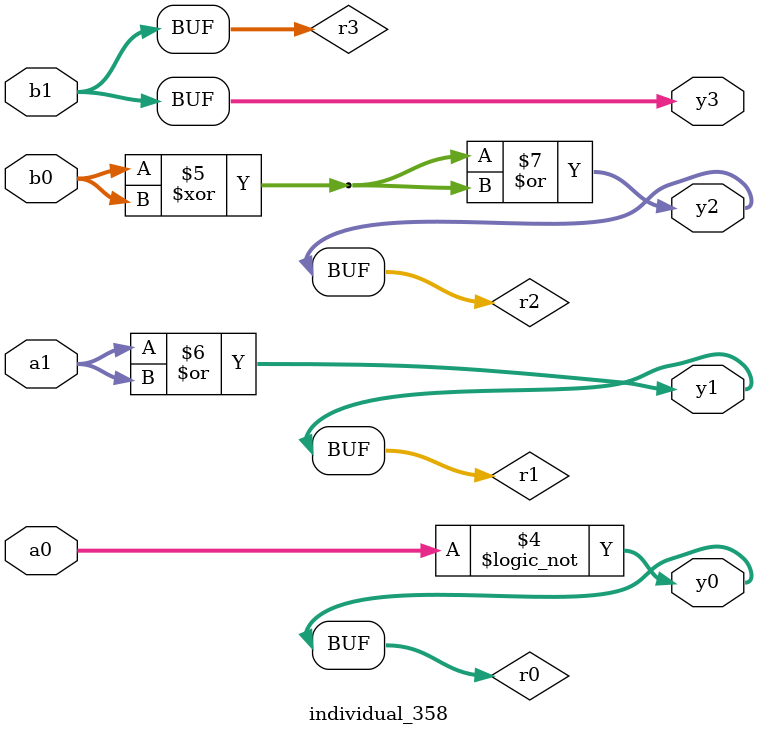
<source format=sv>
module individual_358(input logic [15:0] a1, input logic [15:0] a0, input logic [15:0] b1, input logic [15:0] b0, output logic [15:0] y3, output logic [15:0] y2, output logic [15:0] y1, output logic [15:0] y0);
logic [15:0] r0, r1, r2, r3; 
 always@(*) begin 
	 r0 = a0; r1 = a1; r2 = b0; r3 = b1; 
 	 r0  |=  r2 ;
 	 r0  &=  r2 ;
 	 r0 = ! a0 ;
 	 r2  ^=  r2 ;
 	 r1  |=  r1 ;
 	 r2  |=  r2 ;
 	 y3 = r3; y2 = r2; y1 = r1; y0 = r0; 
end
endmodule
</source>
